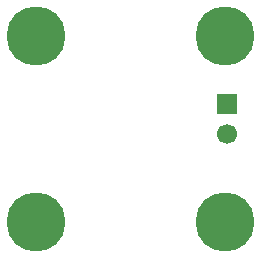
<source format=gbr>
%TF.GenerationSoftware,KiCad,Pcbnew,9.0.5*%
%TF.CreationDate,2025-10-23T10:34:40+02:00*%
%TF.ProjectId,BJT_astable_multivibrator,424a545f-6173-4746-9162-6c655f6d756c,rev?*%
%TF.SameCoordinates,Original*%
%TF.FileFunction,Soldermask,Bot*%
%TF.FilePolarity,Negative*%
%FSLAX46Y46*%
G04 Gerber Fmt 4.6, Leading zero omitted, Abs format (unit mm)*
G04 Created by KiCad (PCBNEW 9.0.5) date 2025-10-23 10:34:40*
%MOMM*%
%LPD*%
G01*
G04 APERTURE LIST*
%ADD10C,5.000000*%
%ADD11R,1.700000X1.700000*%
%ADD12C,1.700000*%
G04 APERTURE END LIST*
D10*
%TO.C,H4*%
X122000000Y-85400000D03*
%TD*%
%TO.C,H1*%
X122000000Y-69600000D03*
%TD*%
D11*
%TO.C,J1*%
X138200000Y-75400000D03*
D12*
X138200000Y-77940000D03*
%TD*%
D10*
%TO.C,H2*%
X138000000Y-69600000D03*
%TD*%
%TO.C,H3*%
X138000000Y-85400000D03*
%TD*%
M02*

</source>
